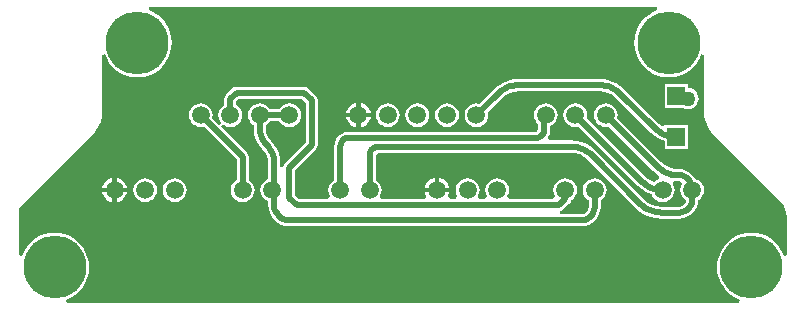
<source format=gtl>
G04 Layer_Physical_Order=1*
G04 Layer_Color=255*
%FSLAX25Y25*%
%MOIN*%
G70*
G01*
G75*
%ADD10C,0.01969*%
%ADD11R,0.05906X0.05906*%
%ADD12C,0.05906*%
%ADD13C,0.20945*%
%ADD14C,0.05000*%
G36*
X212695Y97441D02*
X211311Y96868D01*
X209771Y95924D01*
X208398Y94752D01*
X207225Y93378D01*
X206282Y91839D01*
X205591Y90170D01*
X205169Y88414D01*
X205028Y86614D01*
X205169Y84814D01*
X205591Y83058D01*
X206282Y81390D01*
X207225Y79850D01*
X208398Y78477D01*
X209771Y77304D01*
X211311Y76360D01*
X212979Y75669D01*
X214735Y75248D01*
X216535Y75106D01*
X218336Y75248D01*
X220092Y75669D01*
X221760Y76360D01*
X223300Y77304D01*
X224673Y78477D01*
X225846Y79850D01*
X226789Y81390D01*
X227362Y82773D01*
X228346Y82578D01*
Y78740D01*
Y63197D01*
X228395Y62217D01*
X228777Y60294D01*
X229527Y58483D01*
X230616Y56853D01*
X231275Y56126D01*
X231275Y56126D01*
X240158Y47244D01*
X252977Y34425D01*
X253673Y33729D01*
X254767Y32091D01*
X255521Y30271D01*
X255906Y28339D01*
X255906Y27354D01*
X255906D01*
Y19685D01*
Y15848D01*
X254921Y15652D01*
X254348Y17036D01*
X253405Y18575D01*
X252232Y19948D01*
X250859Y21121D01*
X249319Y22065D01*
X247651Y22756D01*
X245895Y23177D01*
X244094Y23319D01*
X242294Y23177D01*
X240538Y22756D01*
X238870Y22065D01*
X237330Y21121D01*
X235957Y19948D01*
X234784Y18575D01*
X233841Y17036D01*
X233150Y15367D01*
X232728Y13611D01*
X232587Y11811D01*
X232728Y10011D01*
X233150Y8255D01*
X233841Y6587D01*
X234784Y5047D01*
X235957Y3674D01*
X237330Y2501D01*
X238870Y1557D01*
X240254Y984D01*
X240058Y0D01*
X15848D01*
X15652Y984D01*
X17036Y1557D01*
X18575Y2501D01*
X19948Y3674D01*
X21121Y5047D01*
X22065Y6587D01*
X22756Y8255D01*
X23177Y10011D01*
X23319Y11811D01*
X23177Y13611D01*
X22756Y15367D01*
X22065Y17036D01*
X21121Y18575D01*
X19948Y19948D01*
X18575Y21121D01*
X17036Y22065D01*
X15367Y22756D01*
X13611Y23177D01*
X11811Y23319D01*
X10011Y23177D01*
X8255Y22756D01*
X6587Y22065D01*
X5047Y21121D01*
X3674Y19948D01*
X2501Y18575D01*
X1557Y17036D01*
X984Y15652D01*
X0Y15848D01*
Y31496D01*
X15748Y47244D01*
X24630Y56126D01*
X25289Y56853D01*
X26378Y58483D01*
X27128Y60294D01*
X27511Y62217D01*
X27559Y63197D01*
X27559D01*
Y74803D01*
Y82578D01*
X28543Y82773D01*
X29116Y81390D01*
X30060Y79850D01*
X31233Y78477D01*
X32606Y77304D01*
X34146Y76360D01*
X35814Y75669D01*
X37570Y75248D01*
X39370Y75106D01*
X41170Y75248D01*
X42926Y75669D01*
X44595Y76360D01*
X46134Y77304D01*
X47507Y78477D01*
X48680Y79850D01*
X49624Y81390D01*
X50315Y83058D01*
X50736Y84814D01*
X50878Y86614D01*
X50736Y88414D01*
X50315Y90170D01*
X49624Y91839D01*
X48680Y93378D01*
X47507Y94752D01*
X46134Y95924D01*
X44595Y96868D01*
X43211Y97441D01*
X43407Y98425D01*
X212499D01*
X212695Y97441D01*
D02*
G37*
%LPC*%
G36*
X223016Y72843D02*
X215110D01*
Y64937D01*
X221249D01*
X222086Y64590D01*
X223000Y64470D01*
X223914Y64590D01*
X224765Y64943D01*
X225496Y65504D01*
X226057Y66235D01*
X226410Y67086D01*
X226530Y68000D01*
X226410Y68914D01*
X226057Y69765D01*
X225496Y70496D01*
X224765Y71057D01*
X223914Y71410D01*
X223016Y71528D01*
Y72843D01*
D02*
G37*
G36*
X113813Y66590D02*
Y63250D01*
X117153D01*
X117109Y63584D01*
X116690Y64594D01*
X116025Y65462D01*
X115157Y66127D01*
X114147Y66546D01*
X113813Y66590D01*
D02*
G37*
G36*
X112313D02*
X111979Y66546D01*
X110969Y66127D01*
X110101Y65462D01*
X109436Y64594D01*
X109017Y63584D01*
X108973Y63250D01*
X112313D01*
Y66590D01*
D02*
G37*
G36*
X142591Y66487D02*
X141559Y66351D01*
X140597Y65953D01*
X139771Y65319D01*
X139138Y64493D01*
X138740Y63532D01*
X138604Y62500D01*
X138740Y61468D01*
X139138Y60507D01*
X139771Y59681D01*
X140597Y59047D01*
X141559Y58649D01*
X142591Y58513D01*
X143622Y58649D01*
X144584Y59047D01*
X145410Y59681D01*
X146043Y60507D01*
X146442Y61468D01*
X146577Y62500D01*
X146442Y63532D01*
X146043Y64493D01*
X145410Y65319D01*
X144584Y65953D01*
X143622Y66351D01*
X142591Y66487D01*
D02*
G37*
G36*
X132748D02*
X131716Y66351D01*
X130755Y65953D01*
X129929Y65319D01*
X129295Y64493D01*
X128897Y63532D01*
X128761Y62500D01*
X128897Y61468D01*
X129295Y60507D01*
X129929Y59681D01*
X130755Y59047D01*
X131716Y58649D01*
X132748Y58513D01*
X133780Y58649D01*
X134741Y59047D01*
X135567Y59681D01*
X136201Y60507D01*
X136599Y61468D01*
X136735Y62500D01*
X136599Y63532D01*
X136201Y64493D01*
X135567Y65319D01*
X134741Y65953D01*
X133780Y66351D01*
X132748Y66487D01*
D02*
G37*
G36*
X122906D02*
X121874Y66351D01*
X120912Y65953D01*
X120086Y65319D01*
X119453Y64493D01*
X119054Y63532D01*
X118919Y62500D01*
X119054Y61468D01*
X119453Y60507D01*
X120086Y59681D01*
X120912Y59047D01*
X121874Y58649D01*
X122906Y58513D01*
X123937Y58649D01*
X124899Y59047D01*
X125725Y59681D01*
X126358Y60507D01*
X126757Y61468D01*
X126892Y62500D01*
X126757Y63532D01*
X126358Y64493D01*
X125725Y65319D01*
X124899Y65953D01*
X123937Y66351D01*
X122906Y66487D01*
D02*
G37*
G36*
X95000Y72023D02*
X72500D01*
X71726Y71869D01*
X71069Y71431D01*
X68975Y69336D01*
X68536Y68680D01*
X68382Y67905D01*
Y65930D01*
X67586Y65319D01*
X66953Y64493D01*
X66554Y63532D01*
X66419Y62500D01*
X66554Y61468D01*
X66953Y60507D01*
X67425Y59891D01*
X66684Y59240D01*
X64419Y61505D01*
X64550Y62500D01*
X64414Y63532D01*
X64016Y64493D01*
X63382Y65319D01*
X62556Y65953D01*
X61595Y66351D01*
X60563Y66487D01*
X59531Y66351D01*
X58570Y65953D01*
X57744Y65319D01*
X57110Y64493D01*
X56712Y63532D01*
X56576Y62500D01*
X56712Y61468D01*
X57110Y60507D01*
X57744Y59681D01*
X58570Y59047D01*
X59531Y58649D01*
X60563Y58513D01*
X61558Y58644D01*
X72434Y47767D01*
Y40930D01*
X71638Y40319D01*
X71005Y39493D01*
X70606Y38532D01*
X70471Y37500D01*
X70606Y36468D01*
X71005Y35507D01*
X71638Y34681D01*
X72464Y34047D01*
X73426Y33649D01*
X74458Y33513D01*
X75489Y33649D01*
X76451Y34047D01*
X77277Y34681D01*
X77910Y35507D01*
X78308Y36468D01*
X78444Y37500D01*
X78308Y38532D01*
X77910Y39493D01*
X77277Y40319D01*
X76481Y40930D01*
Y48605D01*
X76327Y49380D01*
X75888Y50036D01*
X67146Y58778D01*
X67796Y59520D01*
X68412Y59047D01*
X69374Y58649D01*
X70406Y58513D01*
X71437Y58649D01*
X72399Y59047D01*
X73225Y59681D01*
X73858Y60507D01*
X74256Y61468D01*
X74392Y62500D01*
X74256Y63532D01*
X73858Y64493D01*
X73225Y65319D01*
X72429Y65930D01*
Y67067D01*
X73338Y67977D01*
X94162D01*
X95477Y66662D01*
Y53338D01*
X88569Y46431D01*
X88131Y45774D01*
X88007Y45153D01*
X87023Y45250D01*
Y46464D01*
X87013Y46517D01*
X86887Y48115D01*
X86500Y49725D01*
X85867Y51255D01*
X85001Y52667D01*
X83960Y53886D01*
X83931Y53931D01*
X83834Y53995D01*
X82998Y55085D01*
X82428Y56461D01*
X82249Y57823D01*
X82271Y57937D01*
Y59070D01*
X83067Y59681D01*
X83678Y60477D01*
X86661D01*
X87271Y59681D01*
X88097Y59047D01*
X89059Y58649D01*
X90091Y58513D01*
X91122Y58649D01*
X92084Y59047D01*
X92910Y59681D01*
X93543Y60507D01*
X93942Y61468D01*
X94077Y62500D01*
X93942Y63532D01*
X93543Y64493D01*
X92910Y65319D01*
X92084Y65953D01*
X91122Y66351D01*
X90091Y66487D01*
X89059Y66351D01*
X88097Y65953D01*
X87271Y65319D01*
X86661Y64523D01*
X83678D01*
X83067Y65319D01*
X82241Y65953D01*
X81280Y66351D01*
X80248Y66487D01*
X79216Y66351D01*
X78255Y65953D01*
X77429Y65319D01*
X76795Y64493D01*
X76397Y63532D01*
X76261Y62500D01*
X76397Y61468D01*
X76795Y60507D01*
X77429Y59681D01*
X78225Y59070D01*
Y57937D01*
X78217D01*
X78404Y56041D01*
X78957Y54217D01*
X79855Y52537D01*
X81064Y51064D01*
X81064Y51064D01*
X81694Y50340D01*
X81896Y50094D01*
X82500Y48964D01*
X82872Y47739D01*
X82990Y46533D01*
X82977Y46464D01*
Y41230D01*
X82307Y40953D01*
X81481Y40319D01*
X80847Y39493D01*
X80449Y38532D01*
X80313Y37500D01*
X80449Y36468D01*
X80847Y35507D01*
X81481Y34681D01*
X82307Y34047D01*
X82977Y33770D01*
Y32500D01*
X82987Y32449D01*
X83117Y31131D01*
X83516Y29814D01*
X84165Y28601D01*
X85037Y27538D01*
X86101Y26665D01*
X87314Y26016D01*
X88631Y25617D01*
X89949Y25487D01*
X90000Y25477D01*
X187500D01*
X187584Y25494D01*
X188732Y25607D01*
X189917Y25966D01*
X191008Y26550D01*
X191965Y27335D01*
X192751Y28292D01*
X193334Y29384D01*
X193693Y30568D01*
X193806Y31716D01*
X193823Y31800D01*
Y34070D01*
X194619Y34681D01*
X195253Y35507D01*
X195651Y36468D01*
X195787Y37500D01*
X195651Y38532D01*
X195253Y39493D01*
X194619Y40319D01*
X193793Y40953D01*
X192832Y41351D01*
X191800Y41487D01*
X190768Y41351D01*
X189807Y40953D01*
X188981Y40319D01*
X188347Y39493D01*
X187949Y38532D01*
X187813Y37500D01*
X187949Y36468D01*
X188347Y35507D01*
X188981Y34681D01*
X189777Y34070D01*
Y31800D01*
X189794Y31716D01*
X189634Y30916D01*
X189134Y30167D01*
X188384Y29666D01*
X187584Y29506D01*
X187500Y29523D01*
X180250D01*
X180153Y30507D01*
X180774Y30631D01*
X181431Y31069D01*
X183388Y33027D01*
X183827Y33683D01*
X183894Y34024D01*
X183951Y34047D01*
X184777Y34681D01*
X185410Y35507D01*
X185809Y36468D01*
X185944Y37500D01*
X185809Y38532D01*
X185410Y39493D01*
X184777Y40319D01*
X183951Y40953D01*
X182989Y41351D01*
X181957Y41487D01*
X180926Y41351D01*
X179964Y40953D01*
X179138Y40319D01*
X178505Y39493D01*
X178106Y38532D01*
X177971Y37500D01*
X178106Y36468D01*
X178505Y35507D01*
X178019Y34523D01*
X163239D01*
X162753Y35507D01*
X163151Y36468D01*
X163287Y37500D01*
X163151Y38532D01*
X162753Y39493D01*
X162119Y40319D01*
X161293Y40953D01*
X160332Y41351D01*
X159300Y41487D01*
X158268Y41351D01*
X157307Y40953D01*
X156481Y40319D01*
X155847Y39493D01*
X155449Y38532D01*
X155313Y37500D01*
X155449Y36468D01*
X155847Y35507D01*
X155361Y34523D01*
X153396D01*
X152910Y35507D01*
X153308Y36468D01*
X153444Y37500D01*
X153308Y38532D01*
X152910Y39493D01*
X152277Y40319D01*
X151451Y40953D01*
X150489Y41351D01*
X149458Y41487D01*
X148426Y41351D01*
X147464Y40953D01*
X146638Y40319D01*
X146005Y39493D01*
X145607Y38532D01*
X145471Y37500D01*
X145607Y36468D01*
X146005Y35507D01*
X145519Y34523D01*
X143491D01*
X143114Y35113D01*
X142970Y35507D01*
X143346Y36416D01*
X143390Y36750D01*
X139300D01*
X135210D01*
X135254Y36416D01*
X135631Y35507D01*
X135486Y35113D01*
X135109Y34523D01*
X120739D01*
X120253Y35507D01*
X120651Y36468D01*
X120787Y37500D01*
X120651Y38532D01*
X120253Y39493D01*
X119619Y40319D01*
X118823Y40930D01*
Y48831D01*
X118817Y48861D01*
X118902Y49286D01*
X119159Y49672D01*
X119545Y49930D01*
X119971Y50014D01*
X120000Y50008D01*
X183826D01*
X183918Y50027D01*
X185388Y49882D01*
X186890Y49426D01*
X188273Y48687D01*
X189415Y47750D01*
X189467Y47672D01*
X205641Y31498D01*
X205653Y31490D01*
X207076Y30275D01*
X208685Y29289D01*
X210427Y28567D01*
X212262Y28127D01*
X214127Y27980D01*
X214142Y27977D01*
X220000D01*
X220084Y27994D01*
X221232Y28107D01*
X222416Y28466D01*
X223508Y29050D01*
X224465Y29835D01*
X225251Y30792D01*
X225834Y31883D01*
X226193Y33068D01*
X226290Y34046D01*
X226293Y34047D01*
X227119Y34681D01*
X227753Y35507D01*
X228151Y36468D01*
X228287Y37500D01*
X228151Y38532D01*
X227753Y39493D01*
X227119Y40319D01*
X226293Y40953D01*
X225332Y41351D01*
X225323Y41352D01*
X225202Y41578D01*
X224380Y42580D01*
X223378Y43402D01*
X222235Y44013D01*
X220995Y44389D01*
X219775Y44509D01*
X219705Y44523D01*
X219613Y44505D01*
X218144Y44649D01*
X216642Y45105D01*
X215258Y45845D01*
X214117Y46781D01*
X214065Y46859D01*
X199419Y61505D01*
X199550Y62500D01*
X199414Y63532D01*
X199016Y64493D01*
X198382Y65319D01*
X197556Y65953D01*
X196595Y66351D01*
X195563Y66487D01*
X194531Y66351D01*
X193570Y65953D01*
X192744Y65319D01*
X192110Y64493D01*
X191712Y63532D01*
X191576Y62500D01*
X191712Y61468D01*
X192110Y60507D01*
X192744Y59681D01*
X193570Y59047D01*
X194531Y58649D01*
X195563Y58513D01*
X196558Y58644D01*
X211204Y43998D01*
X211216Y43990D01*
X212639Y42775D01*
X213357Y42335D01*
X213387Y41909D01*
X213218Y41265D01*
X212464Y40953D01*
X211638Y40319D01*
X211467Y40095D01*
X210132Y40809D01*
X209695Y41168D01*
X208971Y41796D01*
X208288Y42478D01*
X189261Y61505D01*
X189392Y62500D01*
X189257Y63532D01*
X188858Y64493D01*
X188225Y65319D01*
X187399Y65953D01*
X186437Y66351D01*
X185406Y66487D01*
X184374Y66351D01*
X183412Y65953D01*
X182586Y65319D01*
X181953Y64493D01*
X181554Y63532D01*
X181419Y62500D01*
X181554Y61468D01*
X181953Y60507D01*
X182586Y59681D01*
X183412Y59047D01*
X184374Y58649D01*
X185406Y58513D01*
X186400Y58644D01*
X206110Y38935D01*
X206127Y38923D01*
X207520Y37734D01*
X209099Y36766D01*
X210770Y36074D01*
X211005Y35507D01*
X211638Y34681D01*
X212464Y34047D01*
X213426Y33649D01*
X214458Y33513D01*
X215489Y33649D01*
X216451Y34047D01*
X217277Y34681D01*
X217910Y35507D01*
X218308Y36468D01*
X218444Y37500D01*
X218308Y38532D01*
X217910Y39493D01*
X217796Y39642D01*
X218311Y40588D01*
X219690Y40480D01*
X219705Y40477D01*
X219738Y40483D01*
X220309Y40408D01*
X220489Y40178D01*
X220847Y39493D01*
X220449Y38532D01*
X220313Y37500D01*
X220449Y36468D01*
X220847Y35507D01*
X221481Y34681D01*
X222266Y34078D01*
X222134Y33416D01*
X221634Y32667D01*
X220884Y32166D01*
X220084Y32006D01*
X220000Y32023D01*
X214142D01*
X214050Y32005D01*
X212581Y32149D01*
X211079Y32605D01*
X209695Y33345D01*
X208554Y34281D01*
X208502Y34359D01*
X192328Y50533D01*
X192315Y50542D01*
X190892Y51757D01*
X189284Y52743D01*
X187541Y53464D01*
X185707Y53905D01*
X183841Y54052D01*
X183826Y54055D01*
X176749D01*
X176264Y55039D01*
X176417Y55238D01*
X176869Y56329D01*
X177023Y57497D01*
X177023Y57500D01*
Y58826D01*
X177556Y59047D01*
X178382Y59681D01*
X179016Y60507D01*
X179414Y61468D01*
X179550Y62500D01*
X179414Y63532D01*
X179016Y64493D01*
X178382Y65319D01*
X177556Y65953D01*
X176595Y66351D01*
X175563Y66487D01*
X174531Y66351D01*
X173570Y65953D01*
X172744Y65319D01*
X172110Y64493D01*
X171712Y63532D01*
X171576Y62500D01*
X171712Y61468D01*
X172110Y60507D01*
X172744Y59681D01*
X172977Y59502D01*
Y57819D01*
X172679Y57321D01*
X172181Y57023D01*
X110000D01*
Y57028D01*
X108688Y56855D01*
X107465Y56348D01*
X106415Y55543D01*
X105609Y54493D01*
X105103Y53270D01*
X104930Y51957D01*
X104934D01*
Y40930D01*
X104138Y40319D01*
X103505Y39493D01*
X103106Y38532D01*
X102971Y37500D01*
X103106Y36468D01*
X103505Y35507D01*
X103019Y34523D01*
X93338D01*
X92023Y35838D01*
Y44162D01*
X98931Y51069D01*
X99369Y51726D01*
X99523Y52500D01*
Y67500D01*
X99369Y68274D01*
X98931Y68931D01*
X96431Y71431D01*
X95774Y71869D01*
X95000Y72023D01*
D02*
G37*
G36*
X117153Y61750D02*
X113813D01*
Y58410D01*
X114147Y58454D01*
X115157Y58873D01*
X116025Y59538D01*
X116690Y60406D01*
X117109Y61416D01*
X117153Y61750D01*
D02*
G37*
G36*
X112313D02*
X108973D01*
X109017Y61416D01*
X109436Y60406D01*
X110101Y59538D01*
X110969Y58873D01*
X111979Y58454D01*
X112313Y58410D01*
Y61750D01*
D02*
G37*
G36*
X193358Y74523D02*
X166575D01*
X166560Y74520D01*
X164695Y74373D01*
X162860Y73933D01*
X161118Y73211D01*
X159509Y72225D01*
X158086Y71010D01*
X158074Y71002D01*
X153428Y66356D01*
X152433Y66487D01*
X151401Y66351D01*
X150440Y65953D01*
X149614Y65319D01*
X148980Y64493D01*
X148582Y63532D01*
X148446Y62500D01*
X148582Y61468D01*
X148980Y60507D01*
X149614Y59681D01*
X150440Y59047D01*
X151401Y58649D01*
X152433Y58513D01*
X153465Y58649D01*
X154427Y59047D01*
X155252Y59681D01*
X155886Y60507D01*
X156284Y61468D01*
X156420Y62500D01*
X156289Y63495D01*
X160935Y68141D01*
X160987Y68219D01*
X162128Y69155D01*
X163512Y69895D01*
X165014Y70350D01*
X166483Y70495D01*
X166575Y70477D01*
X193358D01*
X193450Y70495D01*
X194919Y70350D01*
X196421Y69895D01*
X197805Y69155D01*
X198946Y68219D01*
X198998Y68141D01*
X210530Y56609D01*
X210543Y56600D01*
X211966Y55385D01*
X213574Y54399D01*
X215110Y53763D01*
Y51157D01*
X223016D01*
Y59063D01*
X215110D01*
Y59063D01*
X214126Y58832D01*
X213444Y59392D01*
X213391Y59470D01*
X201859Y71002D01*
X201847Y71010D01*
X200424Y72225D01*
X198815Y73211D01*
X197073Y73933D01*
X195238Y74373D01*
X193373Y74520D01*
X193358Y74523D01*
D02*
G37*
G36*
X140050Y41590D02*
Y38250D01*
X143390D01*
X143346Y38584D01*
X142927Y39594D01*
X142262Y40462D01*
X141394Y41127D01*
X140384Y41546D01*
X140050Y41590D01*
D02*
G37*
G36*
X32550D02*
Y38250D01*
X35890D01*
X35846Y38584D01*
X35427Y39594D01*
X34762Y40462D01*
X33894Y41127D01*
X32884Y41546D01*
X32550Y41590D01*
D02*
G37*
G36*
X138550D02*
X138216Y41546D01*
X137206Y41127D01*
X136338Y40462D01*
X135673Y39594D01*
X135254Y38584D01*
X135210Y38250D01*
X138550D01*
Y41590D01*
D02*
G37*
G36*
X31050D02*
X30716Y41546D01*
X29706Y41127D01*
X28838Y40462D01*
X28173Y39594D01*
X27754Y38584D01*
X27710Y38250D01*
X31050D01*
Y41590D01*
D02*
G37*
G36*
X51800Y41487D02*
X50768Y41351D01*
X49807Y40953D01*
X48981Y40319D01*
X48347Y39493D01*
X47949Y38532D01*
X47813Y37500D01*
X47949Y36468D01*
X48347Y35507D01*
X48981Y34681D01*
X49807Y34047D01*
X50768Y33649D01*
X51800Y33513D01*
X52832Y33649D01*
X53793Y34047D01*
X54619Y34681D01*
X55253Y35507D01*
X55651Y36468D01*
X55787Y37500D01*
X55651Y38532D01*
X55253Y39493D01*
X54619Y40319D01*
X53793Y40953D01*
X52832Y41351D01*
X51800Y41487D01*
D02*
G37*
G36*
X41958D02*
X40926Y41351D01*
X39964Y40953D01*
X39138Y40319D01*
X38505Y39493D01*
X38107Y38532D01*
X37971Y37500D01*
X38107Y36468D01*
X38505Y35507D01*
X39138Y34681D01*
X39964Y34047D01*
X40926Y33649D01*
X41958Y33513D01*
X42989Y33649D01*
X43951Y34047D01*
X44777Y34681D01*
X45410Y35507D01*
X45809Y36468D01*
X45944Y37500D01*
X45809Y38532D01*
X45410Y39493D01*
X44777Y40319D01*
X43951Y40953D01*
X42989Y41351D01*
X41958Y41487D01*
D02*
G37*
G36*
X35890Y36750D02*
X32550D01*
Y33410D01*
X32884Y33454D01*
X33894Y33873D01*
X34762Y34538D01*
X35427Y35406D01*
X35846Y36416D01*
X35890Y36750D01*
D02*
G37*
G36*
X31050D02*
X27710D01*
X27754Y36416D01*
X28173Y35406D01*
X28838Y34538D01*
X29706Y33873D01*
X30716Y33454D01*
X31050Y33410D01*
Y36750D01*
D02*
G37*
%LPD*%
D10*
X187500Y27500D02*
X188457Y27608D01*
X189366Y27926D01*
X190181Y28438D01*
X190862Y29119D01*
X191374Y29934D01*
X191692Y30843D01*
X191800Y31800D01*
X85000Y32500D02*
X85096Y31525D01*
X85381Y30587D01*
X85843Y29722D01*
X86465Y28964D01*
X87222Y28343D01*
X88087Y27881D01*
X89025Y27596D01*
X90000Y27500D01*
X80248Y57937D02*
X80314Y56933D01*
X80510Y55947D01*
X80833Y54994D01*
X81278Y54092D01*
X81837Y53256D01*
X82500Y52500D01*
X85000Y46464D02*
X84946Y47420D01*
X84786Y48364D01*
X84521Y49284D01*
X84155Y50168D01*
X83692Y51006D01*
X83138Y51786D01*
X82500Y52500D01*
X207540Y40365D02*
X208252Y39720D01*
X209023Y39149D01*
X209846Y38655D01*
X210714Y38245D01*
X211618Y37921D01*
X212549Y37688D01*
X213499Y37547D01*
X214458Y37500D01*
X224300Y37905D02*
X224185Y38928D01*
X223845Y39899D01*
X223298Y40770D01*
X222570Y41497D01*
X221699Y42045D01*
X220728Y42385D01*
X219705Y42500D01*
X220000Y30000D02*
X220957Y30108D01*
X221866Y30426D01*
X222681Y30938D01*
X223362Y31619D01*
X223874Y32434D01*
X224192Y33343D01*
X224300Y34300D01*
X212634Y45429D02*
X213361Y44770D01*
X214149Y44185D01*
X214991Y43681D01*
X215878Y43261D01*
X216802Y42931D01*
X217754Y42692D01*
X218725Y42548D01*
X219705Y42500D01*
X190897Y49103D02*
X190170Y49762D01*
X189382Y50346D01*
X188540Y50851D01*
X187653Y51270D01*
X186729Y51601D01*
X185777Y51839D01*
X184807Y51983D01*
X183826Y52031D01*
X207071Y32929D02*
X207798Y32270D01*
X208586Y31685D01*
X209428Y31181D01*
X210315Y30761D01*
X211239Y30431D01*
X212191Y30192D01*
X213162Y30048D01*
X214142Y30000D01*
X120000Y52031D02*
X119011Y51875D01*
X118119Y51420D01*
X117411Y50712D01*
X116957Y49820D01*
X116800Y48831D01*
X175563Y62500D02*
X175000Y61937D01*
X172500Y55000D02*
X173457Y55190D01*
X174268Y55732D01*
X174810Y56543D01*
X175000Y57500D01*
X110000Y55000D02*
X109060Y54851D01*
X108212Y54419D01*
X107539Y53746D01*
X107106Y52898D01*
X106957Y51957D01*
X200429Y69571D02*
X199702Y70230D01*
X198914Y70815D01*
X198072Y71319D01*
X197185Y71739D01*
X196261Y72069D01*
X195309Y72308D01*
X194338Y72452D01*
X193358Y72500D01*
X211961Y58039D02*
X212688Y57380D01*
X213476Y56796D01*
X214318Y56291D01*
X215205Y55871D01*
X216129Y55541D01*
X217081Y55302D01*
X218052Y55158D01*
X219032Y55110D01*
X166575Y72500D02*
X165595Y72452D01*
X164624Y72308D01*
X163672Y72069D01*
X162748Y71739D01*
X161861Y71319D01*
X161020Y70815D01*
X160231Y70230D01*
X159504Y69571D01*
X80248Y57937D02*
Y62500D01*
X90091D01*
X152433D02*
X159504Y69571D01*
X90000Y27500D02*
X187500D01*
X85000Y32500D02*
Y46464D01*
X191800Y31800D02*
Y37500D01*
X185406Y62500D02*
X207540Y40365D01*
X224300Y37500D02*
Y37905D01*
X214142Y30000D02*
X220000D01*
X120000Y52031D02*
X183826D01*
X195563Y62500D02*
X212634Y45429D01*
X190897Y49103D02*
X207071Y32929D01*
X116800Y37500D02*
Y48831D01*
X224300Y34300D02*
Y37500D01*
X175000Y57500D02*
Y61937D01*
X110000Y55000D02*
X172500D01*
X106957Y37500D02*
Y51957D01*
X200429Y69571D02*
X211961Y58039D01*
X166575Y72500D02*
X193358D01*
X219032Y55110D02*
X219063D01*
X74458Y37500D02*
Y48605D01*
X60563Y62500D02*
X74458Y48605D01*
X181957Y34457D02*
Y37500D01*
X180000Y32500D02*
X181957Y34457D01*
X92500Y32500D02*
X180000D01*
X72500Y70000D02*
X95000D01*
X70406Y67905D02*
X72500Y70000D01*
X70406Y62500D02*
Y67905D01*
X97500Y52500D02*
Y67500D01*
X95000Y70000D02*
X97500Y67500D01*
X90000Y45000D02*
X97500Y52500D01*
X90000Y35000D02*
X92500Y32500D01*
X90000Y35000D02*
Y45000D01*
D11*
X219063Y55110D02*
D03*
Y68890D02*
D03*
D12*
X195563Y62500D02*
D03*
X175563D02*
D03*
X185406D02*
D03*
X106957Y37500D02*
D03*
X116800D02*
D03*
X74458D02*
D03*
X84300D02*
D03*
X31800D02*
D03*
X51800D02*
D03*
X41958D02*
D03*
X152433Y62500D02*
D03*
X142591D02*
D03*
X132748D02*
D03*
X113063D02*
D03*
X122906D02*
D03*
X214458Y37500D02*
D03*
X224300D02*
D03*
X181957D02*
D03*
X191800D02*
D03*
X139300D02*
D03*
X159300D02*
D03*
X149458D02*
D03*
X90091Y62500D02*
D03*
X80248D02*
D03*
X60563D02*
D03*
X70406D02*
D03*
D13*
X216535Y86614D02*
D03*
X244094Y11811D02*
D03*
X39370Y86614D02*
D03*
X11811Y11811D02*
D03*
D14*
X223000Y68000D02*
D03*
M02*

</source>
